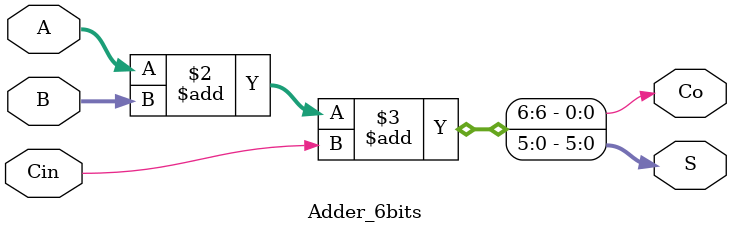
<source format=v>
`timescale 1ns / 1ps

module Adder_6bits(A, B, Cin, S, Co);
    
    input [5:0] A, B;
    input Cin;
    output reg [5:0] S;
    output reg Co;
    
    //write your code here
reg [12:0] result;

always @(A, B, Cin) begin
{Co, S} = A + B + Cin;

end

endmodule


</source>
